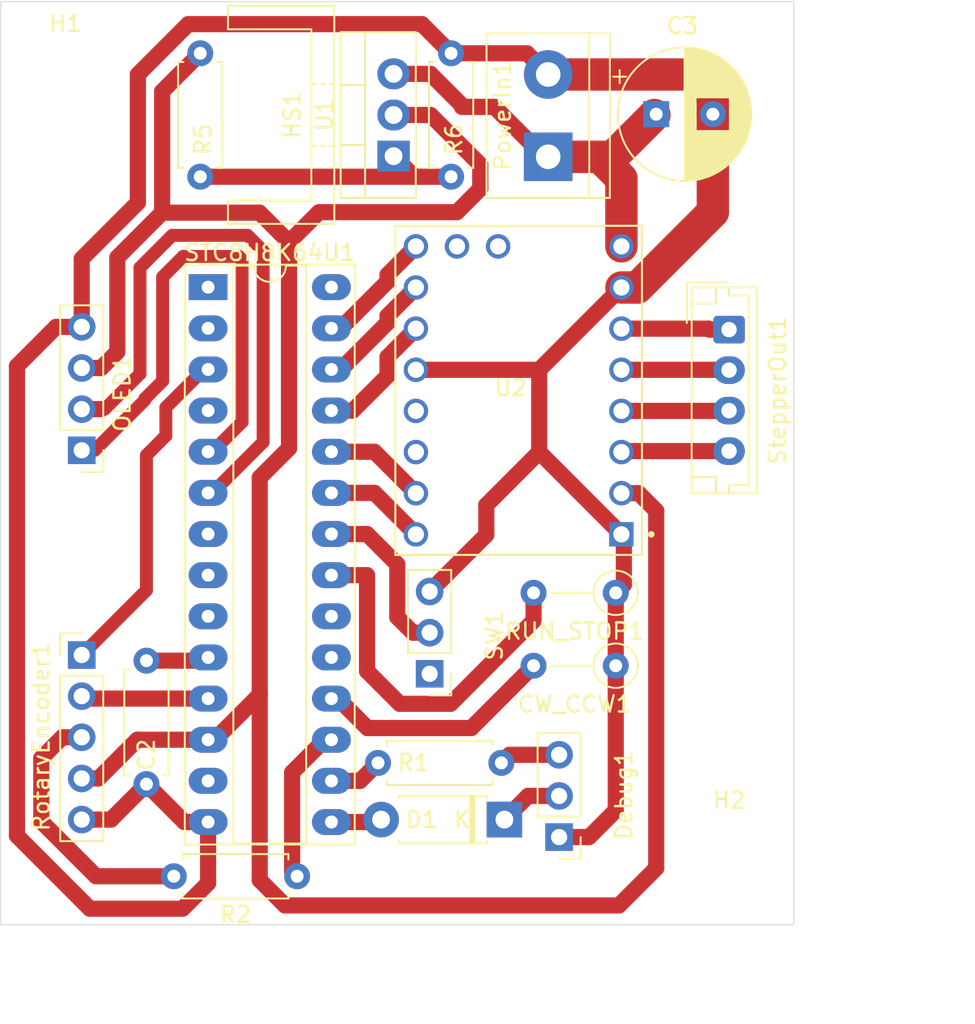
<source format=kicad_pcb>
(kicad_pcb (version 20240108) (generator "pcbnew") (generator_version "8.0")
  (layers (0 "F.Cu" signal) (31 "B.Cu" signal) (34 "B.Paste" user) (35 "F.Paste" user) (36 "B.SilkS" user "B.Silkscreen") (37 "F.SilkS" user "F.Silkscreen") (38 "B.Mask" user) (39 "F.Mask" user) (44 "Edge.Cuts" user))
  (net 0 "")
  (net 1 "CW_CCW")
  (net 2 "Net-(D1-A)")
  (net 3 "/TX")
  (net 4 "/RX")
  (net 5 "SDA")
  (net 6 "+3.3V")
  (net 7 "Net-(U1-ADJ)")
  (net 8 "+24V")
  (net 9 "GND")
  (net 10 "RUN_STOP")
  (net 11 "Encoder_Switch")
  (net 12 "Encoder_DT")
  (net 13 "Encoder_CLK")
  (net 14 "Motor_HOLD")
  (net 18 "Net-(StepperOut1-Pin_2)")
  (net 19 "Net-(StepperOut1-Pin_4)")
  (net 20 "Net-(StepperOut1-Pin_3)")
  (net 21 "Net-(StepperOut1-Pin_1)")
  (net 24 "Net-(STC8H8K64U1-Pin_16)")
  (net 27 "Net-(STC8H8K64U1-Pin_10)")
  (net 29 "MS2")
  (net 32 "MS1")
  (net 33 "STEP")
  (net 34 "SCL")
  (net 36 "EN")
  (net 37 "DIR")
  (net 42 "Net-(STC8H8K64U1-Pin_17)")
  (footprint "Heatsink:Heatsink_Stonecold_HS-S01_13.21x6.35mm" (layer "F.Cu") (at 129.5 67 -90)
    (property "Reference" "HS1" (at 0 2.5 90) (layer "F.SilkS"))
    (property "Value" "Heatsink")
  )
  (footprint "Diode_THT:D_DO-41_SOD81_P7.62mm_Horizontal" (layer "F.Cu") (at 140.12 110.5 180)
    (property "Reference" "D1" (at 5.12 0 360) (layer "F.SilkS"))
    (property "Value" "1N5817")
    (fp_text user "K" (at 2.62 0 360) (layer "F.SilkS"))
    (pad "1" thru_hole rect (at 0 0 180) (size 2.2 2.2) (drill 1.1) (layers "*.Cu" "*.Mask") (net 3 "/TX"))
    (pad "2" thru_hole oval (at 7.62 0 180) (size 2.2 2.2) (drill 1.1) (layers "*.Cu" "*.Mask") (net 2 "Net-(D1-A)"))
  )
  (footprint "Resistor_THT:R_Axial_DIN0207_L6.3mm_D2.5mm_P7.62mm_Horizontal" (layer "F.Cu") (at 118 108.31 90)
    (property "Reference" "C2" (at 1.81 0 90) (layer "F.SilkS"))
    (property "Value" "10nf")
    (pad "1" thru_hole circle (at 0 0 90) (size 1.6 1.6) (drill 0.8) (layers "*.Cu" "*.Mask") (net 9 "GND"))
    (pad "2" thru_hole oval (at 7.62 0 90) (size 1.6 1.6) (drill 0.8) (layers "*.Cu" "*.Mask") (net 27 "Net-(STC8H8K64U1-Pin_10)"))
  )
  (footprint "Resistor_THT:R_Axial_DIN0207_L6.3mm_D2.5mm_P5.08mm_Vertical" (layer "F.Cu") (at 147 101 180)
    (property "Reference" "CW_CCW1" (at 2.54 -2.37 360) (layer "F.SilkS"))
    (property "Value" "SW_Push")
    (pad "1" thru_hole circle (at 0 0 180) (size 1.6 1.6) (drill 0.8) (layers "*.Cu" "*.Mask") (net 9 "GND"))
    (pad "2" thru_hole oval (at 5.08 0 180) (size 1.6 1.6) (drill 0.8) (layers "*.Cu" "*.Mask") (net 1 "CW_CCW"))
  )
  (footprint "Connector_PinHeader_2.54mm:PinHeader_1x03_P2.54mm_Vertical" (layer "F.Cu") (at 135.5 101.5 180)
    (property "Reference" "SW1" (at -4 2.35 90) (layer "F.SilkS"))
    (property "Value" "SW_SPDT")
    (pad "1" thru_hole rect (at 0 0 180) (size 1.7 1.7) (drill 1) (layers "*.Cu" "*.Mask"))
    (pad "2" thru_hole oval (at 0 2.54 180) (size 1.7 1.7) (drill 1) (layers "*.Cu" "*.Mask") (net 14 "Motor_HOLD"))
    (pad "3" thru_hole oval (at 0 5.08 180) (size 1.7 1.7) (drill 1) (layers "*.Cu" "*.Mask") (net 9 "GND"))
  )
  (footprint "Connector_JST:JST_EH_B4B-EH-A_1x04_P2.50mm_Vertical" (layer "F.Cu") (at 154 80.25 -90)
    (property "Reference" "StepperOut1" (at 3.75 -3 90) (layer "F.SilkS"))
    (property "Value" "JST-4P")
    (pad "1" thru_hole roundrect (at 0 0 270) (size 1.7 1.95) (drill 0.95) (layers "*.Cu" "*.Mask") (roundrect_rratio 0.147059) (net 21 "Net-(StepperOut1-Pin_1)"))
    (pad "2" thru_hole oval (at 2.5 0 270) (size 1.7 1.95) (drill 0.95) (layers "*.Cu" "*.Mask") (net 18 "Net-(StepperOut1-Pin_2)"))
    (pad "3" thru_hole oval (at 5 0 270) (size 1.7 1.95) (drill 0.95) (layers "*.Cu" "*.Mask") (net 20 "Net-(StepperOut1-Pin_3)"))
    (pad "4" thru_hole oval (at 7.5 0 270) (size 1.7 1.95) (drill 0.95) (layers "*.Cu" "*.Mask") (net 19 "Net-(StepperOut1-Pin_4)"))
  )
  (footprint "MountingHole:MountingHole_3.2mm_M3" (layer "F.Cu") (at 154 113.5)
    (property "Reference" "H2" (at 0 -4.2 0) (layer "F.SilkS"))
    (property "Value" "3.3mm")
    (pad "" np_thru_hole circle (at 0 0) (size 3.2 3.2) (drill 3.2) (layers "*.Cu" "*.Mask"))
  )
  (footprint "Connector_PinHeader_2.54mm:PinHeader_1x03_P2.54mm_Vertical" (layer "F.Cu") (at 143.5 111.58 180)
    (property "Reference" "Debug1" (at -4 2.58 90) (layer "F.SilkS"))
    (property "Value" "Pin_01x03")
    (pad "1" thru_hole rect (at 0 0 180) (size 1.7 1.7) (drill 1) (layers "*.Cu" "*.Mask") (net 9 "GND"))
    (pad "2" thru_hole oval (at 0 2.54 180) (size 1.7 1.7) (drill 1) (layers "*.Cu" "*.Mask") (net 3 "/TX"))
    (pad "3" thru_hole oval (at 0 5.08 180) (size 1.7 1.7) (drill 1) (layers "*.Cu" "*.Mask") (net 4 "/RX"))
  )
  (footprint "TMC:MODULE_TMC2209_SILENTSTEPSTICK" (layer "F.Cu") (at 141 84 180)
    (property "Reference" "U2" (at 0.5 0.15 360) (layer "F.SilkS"))
    (property "Value" "TMC2209_SILENTSTEPSTICK")
    (pad "1" thru_hole rect (at -6.35 -8.89 180) (size 1.508 1.508) (drill 1) (layers "*.Cu" "*.Mask") (net 9 "GND"))
    (pad "2" thru_hole circle (at -6.35 -6.35 180) (size 1.508 1.508) (drill 1) (layers "*.Cu" "*.Mask") (net 6 "+3.3V"))
    (pad "3" thru_hole circle (at -6.35 -3.81 180) (size 1.508 1.508) (drill 1) (layers "*.Cu" "*.Mask") (net 19 "Net-(StepperOut1-Pin_4)"))
    (pad "4" thru_hole circle (at -6.35 -1.27 180) (size 1.508 1.508) (drill 1) (layers "*.Cu" "*.Mask") (net 20 "Net-(StepperOut1-Pin_3)"))
    (pad "5" thru_hole circle (at -6.35 1.27 180) (size 1.508 1.508) (drill 1) (layers "*.Cu" "*.Mask") (net 18 "Net-(StepperOut1-Pin_2)"))
    (pad "6" thru_hole circle (at -6.35 3.81 180) (size 1.508 1.508) (drill 1) (layers "*.Cu" "*.Mask") (net 21 "Net-(StepperOut1-Pin_1)"))
    (pad "7" thru_hole circle (at -6.35 6.35 180) (size 1.508 1.508) (drill 1) (layers "*.Cu" "*.Mask") (net 9 "GND"))
    (pad "8" thru_hole circle (at -6.35 8.89 180) (size 1.508 1.508) (drill 1) (layers "*.Cu" "*.Mask") (net 8 "+24V"))
    (pad "9" thru_hole circle (at 6.35 -8.89 180) (size 1.508 1.508) (drill 1) (layers "*.Cu" "*.Mask") (net 37 "DIR"))
    (pad "10" thru_hole circle (at 6.35 -6.35 180) (size 1.508 1.508) (drill 1) (layers "*.Cu" "*.Mask") (net 33 "STEP"))
    (pad "11" thru_hole circle (at 6.35 -3.81 180) (size 1.508 1.508) (drill 1) (layers "*.Cu" "*.Mask"))
    (pad "12" thru_hole circle (at 6.35 -1.27 180) (size 1.508 1.508) (drill 1) (layers "*.Cu" "*.Mask"))
    (pad "13" thru_hole circle (at 6.35 1.27 180) (size 1.508 1.508) (drill 1) (layers "*.Cu" "*.Mask") (net 9 "GND"))
    (pad "14" thru_hole circle (at 6.35 3.81 180) (size 1.508 1.508) (drill 1) (layers "*.Cu" "*.Mask") (net 29 "MS2"))
    (pad "15" thru_hole circle (at 6.35 6.35 180) (size 1.508 1.508) (drill 1) (layers "*.Cu" "*.Mask") (net 32 "MS1"))
    (pad "16" thru_hole circle (at 6.35 8.89 180) (size 1.508 1.508) (drill 1) (layers "*.Cu" "*.Mask") (net 36 "EN"))
    (pad "17" thru_hole circle (at 1.27 8.89 180) (size 1.508 1.508) (drill 1) (layers "*.Cu" "*.Mask"))
    (pad "18" thru_hole circle (at 3.81 8.89 180) (size 1.508 1.508) (drill 1) (layers "*.Cu" "*.Mask"))
  )
  (footprint "TerminalBlock:TerminalBlock_bornier-2_P5.08mm" (layer "F.Cu") (at 142.825 69.58 90)
    (property "Reference" "PowerIn1" (at 2.54 -2.825 90) (layer "F.SilkS"))
    (property "Value" "Terminal2Pin")
    (pad "1" thru_hole rect (at 0 0 90) (size 3 3) (drill 1.52) (layers "*.Cu" "*.Mask") (net 8 "+24V"))
    (pad "2" thru_hole circle (at 5.08 0 90) (size 3 3) (drill 1.52) (layers "*.Cu" "*.Mask") (net 9 "GND"))
  )
  (footprint "Connector_PinHeader_2.54mm:PinHeader_1x04_P2.54mm_Vertical" (layer "F.Cu") (at 114 87.7 180)
    (property "Reference" "OLED1" (at -2.5 3.5 90) (layer "F.SilkS"))
    (property "Value" "Conn_01x04")
    (pad "1" thru_hole rect (at 0 0 180) (size 1.7 1.7) (drill 1) (layers "*.Cu" "*.Mask") (net 5 "SDA"))
    (pad "2" thru_hole oval (at 0 2.54 180) (size 1.7 1.7) (drill 1) (layers "*.Cu" "*.Mask") (net 34 "SCL"))
    (pad "3" thru_hole oval (at 0 5.08 180) (size 1.7 1.7) (drill 1) (layers "*.Cu" "*.Mask") (net 6 "+3.3V"))
    (pad "4" thru_hole oval (at 0 7.62 180) (size 1.7 1.7) (drill 1) (layers "*.Cu" "*.Mask") (net 9 "GND"))
  )
  (footprint "Capacitor_THT:CP_Radial_D8.0mm_P3.50mm" (layer "F.Cu") (at 149.5 66.95)
    (property "Reference" "C3" (at 1.610103 -5.45 0) (layer "F.SilkS"))
    (property "Value" "470uf")
    (pad "1" thru_hole rect (at 0 0) (size 1.6 1.6) (drill 0.8) (layers "*.Cu" "*.Mask") (net 8 "+24V"))
    (pad "2" thru_hole circle (at 3.5 0) (size 1.6 1.6) (drill 0.8) (layers "*.Cu" "*.Mask") (net 9 "GND"))
  )
  (footprint "Resistor_THT:R_Axial_DIN0207_L6.3mm_D2.5mm_P7.62mm_Horizontal" (layer "F.Cu") (at 127.31 114 180)
    (property "Reference" "R2" (at 3.81 -2.37 360) (layer "F.SilkS"))
    (property "Value" "0")
    (pad "1" thru_hole circle (at 0 0 180) (size 1.6 1.6) (drill 0.8) (layers "*.Cu" "*.Mask") (net 42 "Net-(STC8H8K64U1-Pin_17)"))
    (pad "2" thru_hole oval (at 7.62 0 180) (size 1.6 1.6) (drill 0.8) (layers "*.Cu" "*.Mask") (net 11 "Encoder_Switch"))
  )
  (footprint "Resistor_THT:R_Axial_DIN0207_L6.3mm_D2.5mm_P7.62mm_Horizontal" (layer "F.Cu") (at 132.31 107)
    (property "Reference" "R1" (at 2.19 0 0) (layer "F.SilkS"))
    (property "Value" "22")
    (pad "1" thru_hole circle (at 0 0) (size 1.6 1.6) (drill 0.8) (layers "*.Cu" "*.Mask") (net 24 "Net-(STC8H8K64U1-Pin_16)"))
    (pad "2" thru_hole oval (at 7.62 0) (size 1.6 1.6) (drill 0.8) (layers "*.Cu" "*.Mask") (net 4 "/RX"))
  )
  (footprint "Resistor_THT:R_Axial_DIN0207_L6.3mm_D2.5mm_P5.08mm_Vertical" (layer "F.Cu") (at 147 96.5 180)
    (property "Reference" "RUN_STOP1" (at 2.54 -2.37 360) (layer "F.SilkS"))
    (property "Value" "SW_Push")
    (pad "1" thru_hole circle (at 0 0 180) (size 1.6 1.6) (drill 0.8) (layers "*.Cu" "*.Mask") (net 9 "GND"))
    (pad "2" thru_hole oval (at 5.08 0 180) (size 1.6 1.6) (drill 0.8) (layers "*.Cu" "*.Mask") (net 10 "RUN_STOP"))
  )
  (footprint "Resistor_THT:R_Axial_DIN0207_L6.3mm_D2.5mm_P7.62mm_Horizontal" (layer "F.Cu") (at 136.825 70.81 90)
    (property "Reference" "R6" (at 2.31 0.175 90) (layer "F.SilkS"))
    (property "Value" "330")
    (pad "1" thru_hole circle (at 0 0 90) (size 1.6 1.6) (drill 0.8) (layers "*.Cu" "*.Mask") (net 7 "Net-(U1-ADJ)"))
    (pad "2" thru_hole oval (at 7.62 0 90) (size 1.6 1.6) (drill 0.8) (layers "*.Cu" "*.Mask") (net 9 "GND"))
  )
  (footprint "Resistor_THT:R_Axial_DIN0207_L6.3mm_D2.5mm_P7.62mm_Horizontal" (layer "F.Cu") (at 121.325 70.81 90)
    (property "Reference" "R5" (at 2.31 0.175 90) (layer "F.SilkS"))
    (property "Value" "200")
    (pad "1" thru_hole circle (at 0 0 90) (size 1.6 1.6) (drill 0.8) (layers "*.Cu" "*.Mask") (net 7 "Net-(U1-ADJ)"))
    (pad "2" thru_hole oval (at 7.62 0 90) (size 1.6 1.6) (drill 0.8) (layers "*.Cu" "*.Mask") (net 6 "+3.3V"))
  )
  (footprint "Package_DIP:DIP-28_W7.62mm_Socket_LongPads" (layer "F.Cu") (at 121.81 77.63)
    (property "Reference" "STC8H8K64U1" (at 3.81 -2.13 0) (layer "F.SilkS"))
    (property "Value" "DIP28")
    (pad "1" thru_hole rect (at 0 0) (size 2.4 1.6) (drill 0.8) (layers "*.Cu" "*.Mask"))
    (pad "2" thru_hole oval (at 0 2.54) (size 2.4 1.6) (drill 0.8) (layers "*.Cu" "*.Mask"))
    (pad "3" thru_hole oval (at 0 5.08) (size 2.4 1.6) (drill 0.8) (layers "*.Cu" "*.Mask") (net 13 "Encoder_CLK"))
    (pad "4" thru_hole oval (at 0 7.62) (size 2.4 1.6) (drill 0.8) (layers "*.Cu" "*.Mask"))
    (pad "5" thru_hole oval (at 0 10.16) (size 2.4 1.6) (drill 0.8) (layers "*.Cu" "*.Mask") (net 5 "SDA"))
    (pad "6" thru_hole oval (at 0 12.7) (size 2.4 1.6) (drill 0.8) (layers "*.Cu" "*.Mask") (net 34 "SCL"))
    (pad "7" thru_hole oval (at 0 15.24) (size 2.4 1.6) (drill 0.8) (layers "*.Cu" "*.Mask"))
    (pad "8" thru_hole oval (at 0 17.78) (size 2.4 1.6) (drill 0.8) (layers "*.Cu" "*.Mask"))
    (pad "9" thru_hole oval (at 0 20.32) (size 2.4 1.6) (drill 0.8) (layers "*.Cu" "*.Mask"))
    (pad "10" thru_hole oval (at 0 22.86) (size 2.4 1.6) (drill 0.8) (layers "*.Cu" "*.Mask") (net 27 "Net-(STC8H8K64U1-Pin_10)"))
    (pad "11" thru_hole oval (at 0 25.4) (size 2.4 1.6) (drill 0.8) (layers "*.Cu" "*.Mask") (net 12 "Encoder_DT"))
    (pad "12" thru_hole oval (at 0 27.94) (size 2.4 1.6) (drill 0.8) (layers "*.Cu" "*.Mask") (net 6 "+3.3V"))
    (pad "13" thru_hole oval (at 0 30.48) (size 2.4 1.6) (drill 0.8) (layers "*.Cu" "*.Mask"))
    (pad "14" thru_hole oval (at 0 33.02) (size 2.4 1.6) (drill 0.8) (layers "*.Cu" "*.Mask") (net 9 "GND"))
    (pad "15" thru_hole oval (at 7.62 33.02) (size 2.4 1.6) (drill 0.8) (layers "*.Cu" "*.Mask") (net 2 "Net-(D1-A)"))
    (pad "16" thru_hole oval (at 7.62 30.48) (size 2.4 1.6) (drill 0.8) (layers "*.Cu" "*.Mask") (net 24 "Net-(STC8H8K64U1-Pin_16)"))
    (pad "17" thru_hole oval (at 7.62 27.94) (size 2.4 1.6) (drill 0.8) (layers "*.Cu" "*.Mask") (net 42 "Net-(STC8H8K64U1-Pin_17)"))
    (pad "18" thru_hole oval (at 7.62 25.4) (size 2.4 1.6) (drill 0.8) (layers "*.Cu" "*.Mask") (net 1 "CW_CCW"))
    (pad "19" thru_hole oval (at 7.62 22.86) (size 2.4 1.6) (drill 0.8) (layers "*.Cu" "*.Mask"))
    (pad "20" thru_hole oval (at 7.62 20.32) (size 2.4 1.6) (drill 0.8) (layers "*.Cu" "*.Mask"))
    (pad "21" thru_hole oval (at 7.62 17.78) (size 2.4 1.6) (drill 0.8) (layers "*.Cu" "*.Mask") (net 10 "RUN_STOP"))
    (pad "22" thru_hole oval (at 7.62 15.24) (size 2.4 1.6) (drill 0.8) (layers "*.Cu" "*.Mask") (net 14 "Motor_HOLD"))
    (pad "23" thru_hole oval (at 7.62 12.7) (size 2.4 1.6) (drill 0.8) (layers "*.Cu" "*.Mask") (net 37 "DIR"))
    (pad "24" thru_hole oval (at 7.62 10.16) (size 2.4 1.6) (drill 0.8) (layers "*.Cu" "*.Mask") (net 33 "STEP"))
    (pad "25" thru_hole oval (at 7.62 7.62) (size 2.4 1.6) (drill 0.8) (layers "*.Cu" "*.Mask") (net 29 "MS2"))
    (pad "26" thru_hole oval (at 7.62 5.08) (size 2.4 1.6) (drill 0.8) (layers "*.Cu" "*.Mask") (net 32 "MS1"))
    (pad "27" thru_hole oval (at 7.62 2.54) (size 2.4 1.6) (drill 0.8) (layers "*.Cu" "*.Mask") (net 36 "EN"))
    (pad "28" thru_hole oval (at 7.62 0) (size 2.4 1.6) (drill 0.8) (layers "*.Cu" "*.Mask"))
  )
  (footprint "Connector_PinHeader_2.54mm:PinHeader_1x05_P2.54mm_Vertical" (layer "F.Cu") (at 114 100.34)
    (property "Reference" "RotaryEncoder1" (at -2.5 5.04 90) (layer "F.SilkS"))
    (property "Value" "Conn_01x05")
    (pad "1" thru_hole rect (at 0 0) (size 1.7 1.7) (drill 1) (layers "*.Cu" "*.Mask") (net 13 "Encoder_CLK"))
    (pad "2" thru_hole oval (at 0 2.54) (size 1.7 1.7) (drill 1) (layers "*.Cu" "*.Mask") (net 12 "Encoder_DT"))
    (pad "3" thru_hole oval (at 0 5.08) (size 1.7 1.7) (drill 1) (layers "*.Cu" "*.Mask") (net 11 "Encoder_Switch"))
    (pad "4" thru_hole oval (at 0 7.62) (size 1.7 1.7) (drill 1) (layers "*.Cu" "*.Mask") (net 6 "+3.3V"))
    (pad "5" thru_hole oval (at 0 10.16) (size 1.7 1.7) (drill 1) (layers "*.Cu" "*.Mask") (net 9 "GND"))
  )
  (footprint "Package_TO_SOT_THT:TO-220-3_Vertical" (layer "F.Cu") (at 133.27 69.54 90)
    (property "Reference" "U1" (at 2.54 -4.27 90) (layer "F.SilkS"))
    (property "Value" "LM317_TO-220")
    (pad "1" thru_hole rect (at 0 0 90) (size 1.905 2) (drill 1.1) (layers "*.Cu" "*.Mask") (net 7 "Net-(U1-ADJ)"))
    (pad "2" thru_hole oval (at 2.54 0 90) (size 1.905 2) (drill 1.1) (layers "*.Cu" "*.Mask") (net 6 "+3.3V"))
    (pad "3" thru_hole oval (at 5.08 0 90) (size 1.905 2) (drill 1.1) (layers "*.Cu" "*.Mask") (net 8 "+24V"))
  )
  (footprint "MountingHole:MountingHole_3.2mm_M3" (layer "F.Cu") (at 113 65.55)
    (property "Reference" "H1" (at 0 -4.2 0) (layer "F.SilkS"))
    (property "Value" "3.3mm")
    (pad "" np_thru_hole circle (at 0 0) (size 3.2 3.2) (drill 3.2) (layers "*.Cu" "*.Mask"))
  )
  (gr_rect (start 109 60) (end 158 117) (stroke (width 0.05)) (fill none) (layer "Edge.Cuts"))
  (segment (start 131.655584 104.85) (end 129.835584 103.03) (width 1) (layer "F.Cu") (net 1))
  (segment (start 129.835584 103.03) (end 129.43 103.03) (width 1) (layer "F.Cu") (net 1))
  (segment (start 141.92 101) (end 138.07 104.85) (width 1) (layer "F.Cu") (net 1))
  (segment (start 138.07 104.85) (end 131.655584 104.85) (width 1) (layer "F.Cu") (net 1))
  (segment (start 132.35 110.65) (end 132.5 110.5) (width 1) (layer "F.Cu") (net 2))
  (segment (start 129.43 110.65) (end 132.35 110.65) (width 1) (layer "F.Cu") (net 2))
  (segment (start 141.58 109.04) (end 143.5 109.04) (width 1) (layer "F.Cu") (net 3))
  (segment (start 140.12 110.5) (end 141.58 109.04) (width 1) (layer "F.Cu") (net 3))
  (segment (start 140.43 106.5) (end 139.93 107) (width 1) (layer "F.Cu") (net 4))
  (segment (start 143.5 106.5) (end 140.43 106.5) (width 1) (layer "F.Cu") (net 4))
  (segment (start 123.91 75.93) (end 123.71 75.73) (width 0.8) (layer "F.Cu") (net 5))
  (segment (start 114.8 87.7) (end 114 87.7) (width 0.8) (layer "F.Cu") (net 5))
  (segment (start 123.91 85.954163) (end 123.91 75.93) (width 0.8) (layer "F.Cu") (net 5))
  (segment (start 121.81 87.79) (end 122.074163 87.79) (width 0.8) (layer "F.Cu") (net 5))
  (segment (start 117.9 84.6) (end 114.8 87.7) (width 0.8) (layer "F.Cu") (net 5))
  (segment (start 122.074163 87.79) (end 123.91 85.954163) (width 0.8) (layer "F.Cu") (net 5))
  (segment (start 114.09 87.79) (end 114 87.7) (width 1) (layer "F.Cu") (net 5))
  (segment (start 120.27 75.73) (end 119 77) (width 0.8) (layer "F.Cu") (net 5))
  (segment (start 119 83.417359) (end 117.9 84.517359) (width 0.8) (layer "F.Cu") (net 5))
  (segment (start 119 77) (end 119 83.417359) (width 0.8) (layer "F.Cu") (net 5))
  (segment (start 117.9 84.517359) (end 117.9 84.6) (width 0.8) (layer "F.Cu") (net 5))
  (segment (start 123.71 75.73) (end 120.27 75.73) (width 0.8) (layer "F.Cu") (net 5))
  (segment (start 116.2 81.622081) (end 115.202081 82.62) (width 1) (layer "F.Cu") (net 6))
  (segment (start 125 102.785584) (end 125 89.384062) (width 1) (layer "F.Cu") (net 6))
  (segment (start 114 107.96) (end 115.04 107.96) (width 1) (layer "F.Cu") (net 6))
  (segment (start 149.5 91.433683) (end 149.5 113.5) (width 1) (layer "F.Cu") (net 6))
  (segment (start 115.202081 82.62) (end 114 82.62) (width 1) (layer "F.Cu") (net 6))
  (segment (start 137.180585 73) (end 128.660202 73) (width 1) (layer "F.Cu") (net 6))
  (segment (start 121.325 63.19) (end 118.97 65.545) (width 1) (layer "F.Cu") (net 6))
  (segment (start 133.27 67) (end 135.560585 67) (width 1) (layer "F.Cu") (net 6))
  (segment (start 126.81 74.850202) (end 124.989798 73.03) (width 1) (layer "F.Cu") (net 6))
  (segment (start 125 89.384062) (end 126.81 87.574062) (width 1) (layer "F.Cu") (net 6))
  (segment (start 124.989798 73.03) (end 118.97 73.03) (width 1) (layer "F.Cu") (net 6))
  (segment (start 135.560585 67) (end 138.625 70.064415) (width 1) (layer "F.Cu") (net 6))
  (segment (start 126.564415 115.8) (end 125 114.235585) (width 1) (layer "F.Cu") (net 6))
  (segment (start 149.5 113.5) (end 147.2 115.8) (width 1) (layer "F.Cu") (net 6))
  (segment (start 148.416317 90.35) (end 149.5 91.433683) (width 1) (layer "F.Cu") (net 6))
  (segment (start 128.660202 73) (end 126.81 74.850202) (width 1) (layer "F.Cu") (net 6))
  (segment (start 122.215584 105.57) (end 125 102.785584) (width 1) (layer "F.Cu") (net 6))
  (segment (start 117.43 105.57) (end 121.81 105.57) (width 1) (layer "F.Cu") (net 6))
  (segment (start 138.625 71.555585) (end 137.180585 73) (width 1) (layer "F.Cu") (net 6))
  (segment (start 126.81 87.574062) (end 126.81 74.850202) (width 1) (layer "F.Cu") (net 6))
  (segment (start 118.97 65.545) (end 118.97 73.03) (width 1) (layer "F.Cu") (net 6))
  (segment (start 125 114.235585) (end 125 102.785584) (width 1) (layer "F.Cu") (net 6))
  (segment (start 121.81 105.57) (end 122.215584 105.57) (width 1) (layer "F.Cu") (net 6))
  (segment (start 138.625 70.064415) (end 138.625 71.555585) (width 1) (layer "F.Cu") (net 6))
  (segment (start 116.2 75.8) (end 116.2 81.622081) (width 1) (layer "F.Cu") (net 6))
  (segment (start 147.2 115.8) (end 126.564415 115.8) (width 1) (layer "F.Cu") (net 6))
  (segment (start 115.04 107.96) (end 117.43 105.57) (width 1) (layer "F.Cu") (net 6))
  (segment (start 147.35 90.35) (end 148.416317 90.35) (width 1) (layer "F.Cu") (net 6))
  (segment (start 118.97 73.03) (end 116.2 75.8) (width 1) (layer "F.Cu") (net 6))
  (segment (start 136.825 70.81) (end 135 70.81) (width 1) (layer "F.Cu") (net 7))
  (segment (start 135 70.81) (end 134.54 70.81) (width 1) (layer "F.Cu") (net 7))
  (segment (start 121.325 70.81) (end 135 70.81) (width 1) (layer "F.Cu") (net 7))
  (segment (start 134.54 70.81) (end 133.27 69.54) (width 1) (layer "F.Cu") (net 7))
  (segment (start 142.58 69.58) (end 142.825 69.58) (width 1) (layer "F.Cu") (net 8))
  (segment (start 142.825 69.58) (end 146 69.58) (width 2) (layer "F.Cu") (net 8))
  (segment (start 137.5 66.5) (end 139.5 66.5) (width 1) (layer "F.Cu") (net 8))
  (segment (start 133.27 64.46) (end 135.549415 64.46) (width 1) (layer "F.Cu") (net 8))
  (segment (start 135.549415 64.46) (end 137.5 66.410585) (width 1) (layer "F.Cu") (net 8))
  (segment (start 146 69.58) (end 147.35 70.93) (width 2) (layer "F.Cu") (net 8))
  (segment (start 137.5 66.410585) (end 137.5 66.5) (width 1) (layer "F.Cu") (net 8))
  (segment (start 146.809897 69.58) (end 149.389897 67) (width 2) (layer "F.Cu") (net 8))
  (segment (start 142.825 69.58) (end 146.809897 69.58) (width 2) (layer "F.Cu") (net 8))
  (segment (start 139.5 66.5) (end 142.58 69.58) (width 1) (layer "F.Cu") (net 8))
  (segment (start 147.35 70.93) (end 147.35 75.11) (width 2) (layer "F.Cu") (net 8))
  (segment (start 145.35 111.58) (end 147 109.93) (width 1) (layer "F.Cu") (net 9))
  (segment (start 153 66.95) (end 153 65.81863) (width 2) (layer "F.Cu") (net 9))
  (segment (start 142.27 82.73) (end 147.35 77.65) (width 1) (layer "F.Cu") (net 9))
  (segment (start 153 65.81863) (end 151.68137 64.5) (width 2) (layer "F.Cu") (net 9))
  (segment (start 112.42 80.08) (end 114 80.08) (width 1) (layer "F.Cu") (net 9))
  (segment (start 135.025 61.39) (end 136.825 63.19) (width 1) (layer "F.Cu") (net 9))
  (segment (start 121.81 110.65) (end 121.81 114.425585) (width 1) (layer "F.Cu") (net 9))
  (segment (start 114 75.87868) (end 117.47 72.40868) (width 1) (layer "F.Cu") (net 9))
  (segment (start 147 96.5) (end 147.5 96) (width 1) (layer "F.Cu") (net 9))
  (segment (start 114.5 116) (end 110 111.5) (width 1) (layer "F.Cu") (net 9))
  (segment (start 142.27 82.73) (end 142.27 87.81) (width 1) (layer "F.Cu") (net 9))
  (segment (start 110 82.5) (end 112.42 80.08) (width 1) (layer "F.Cu") (net 9))
  (segment (start 148.345534 77.65) (end 153 72.995534) (width 2) (layer "F.Cu") (net 9))
  (segment (start 120.235585 116) (end 114.5 116) (width 1) (layer "F.Cu") (net 9))
  (segment (start 114 80.08) (end 114 75.87868) (width 1) (layer "F.Cu") (net 9))
  (segment (start 151.68137 64.5) (end 142.825 64.5) (width 2) (layer "F.Cu") (net 9))
  (segment (start 141.515 63.19) (end 142.825 64.5) (width 1) (layer "F.Cu") (net 9))
  (segment (start 136.825 63.19) (end 141.515 63.19) (width 1) (layer "F.Cu") (net 9))
  (segment (start 143.5 111.58) (end 145.35 111.58) (width 1) (layer "F.Cu") (net 9))
  (segment (start 142.27 87.81) (end 139 91.08) (width 1) (layer "F.Cu") (net 9))
  (segment (start 121.81 110.65) (end 120.34 110.65) (width 1) (layer "F.Cu") (net 9))
  (segment (start 147 109.93) (end 147 101) (width 1) (layer "F.Cu") (net 9))
  (segment (start 114 110.5) (end 115.81 110.5) (width 1) (layer "F.Cu") (net 9))
  (segment (start 153 72.995534) (end 153 66.95) (width 2) (layer "F.Cu") (net 9))
  (segment (start 134.65 82.73) (end 142.27 82.73) (width 1) (layer "F.Cu") (net 9))
  (segment (start 147.5 96) (end 147.5 93.04) (width 1) (layer "F.Cu") (net 9))
  (segment (start 121.81 114.425585) (end 120.235585 116) (width 1) (layer "F.Cu") (net 9))
  (segment (start 139 92.92) (end 135.5 96.42) (width 1) (layer "F.Cu") (net 9))
  (segment (start 147.35 77.65) (end 148.345534 77.65) (width 2) (layer "F.Cu") (net 9))
  (segment (start 139 91.08) (end 139 92.92) (width 1) (layer "F.Cu") (net 9))
  (segment (start 147 101) (end 147 96.5) (width 1) (layer "F.Cu") (net 9))
  (segment (start 117.47 72.40868) (end 117.47 64.499415) (width 1) (layer "F.Cu") (net 9))
  (segment (start 110 111.5) (end 110 82.5) (width 1) (layer "F.Cu") (net 9))
  (segment (start 142.27 87.81) (end 147.35 92.89) (width 1) (layer "F.Cu") (net 9))
  (segment (start 147.5 93.04) (end 147.35 92.89) (width 1) (layer "F.Cu") (net 9))
  (segment (start 120.34 110.65) (end 118 108.31) (width 1) (layer "F.Cu") (net 9))
  (segment (start 115.81 110.5) (end 118 108.31) (width 1) (layer "F.Cu") (net 9))
  (segment (start 120.579415 61.39) (end 135.025 61.39) (width 1) (layer "F.Cu") (net 9))
  (segment (start 117.47 64.499415) (end 120.579415 61.39) (width 1) (layer "F.Cu") (net 9))
  (segment (start 129.43 95.41) (end 131.63 95.41) (width 1) (layer "F.Cu") (net 10))
  (segment (start 133.65 103.35) (end 136.794 103.35) (width 1) (layer "F.Cu") (net 10))
  (segment (start 136.794 103.35) (end 141.92 98.224) (width 1) (layer "F.Cu") (net 10))
  (segment (start 131.63 95.41) (end 131.63 101.33) (width 1) (layer "F.Cu") (net 10))
  (segment (start 141.92 98.224) (end 141.92 96.5) (width 1) (layer "F.Cu") (net 10))
  (segment (start 131.63 101.33) (end 133.65 103.35) (width 1) (layer "F.Cu") (net 10))
  (segment (start 111.5 106.717919) (end 111.5 110.616296) (width 1) (layer "F.Cu") (net 11))
  (segment (start 114 105.42) (end 112.797919 105.42) (width 1) (layer "F.Cu") (net 11))
  (segment (start 111.5 110.616296) (end 114.883704 114) (width 1) (layer "F.Cu") (net 11))
  (segment (start 112.797919 105.42) (end 111.5 106.717919) (width 1) (layer "F.Cu") (net 11))
  (segment (start 114.883704 114) (end 119.69 114) (width 1) (layer "F.Cu") (net 11))
  (segment (start 114.15 103.03) (end 114 102.88) (width 1) (layer "F.Cu") (net 12))
  (segment (start 121.81 103.03) (end 114.15 103.03) (width 1) (layer "F.Cu") (net 12))
  (segment (start 119.2 86.8) (end 118 88) (width 0.8) (layer "F.Cu") (net 13))
  (segment (start 119.2 85.055837) (end 119.2 86.8) (width 0.8) (layer "F.Cu") (net 13))
  (segment (start 118 96.34) (end 114 100.34) (width 0.8) (layer "F.Cu") (net 13))
  (segment (start 118 88) (end 118 96.34) (width 0.8) (layer "F.Cu") (net 13))
  (segment (start 121.81 82.71) (end 121.545837 82.71) (width 0.8) (layer "F.Cu") (net 13))
  (segment (start 121.545837 82.71) (end 119.2 85.055837) (width 0.8) (layer "F.Cu") (net 13))
  (segment (start 135.5 98.96) (end 134.46 98.96) (width 1) (layer "F.Cu") (net 14))
  (segment (start 133.5 94.74) (end 131.63 92.87) (width 1) (layer "F.Cu") (net 14))
  (segment (start 134.46 98.96) (end 133.5 98) (width 1) (layer "F.Cu") (net 14))
  (segment (start 133.5 98) (end 133.5 94.74) (width 1) (layer "F.Cu") (net 14))
  (segment (start 131.63 92.87) (end 129.43 92.87) (width 1) (layer "F.Cu") (net 14))
  (segment (start 147.35 82.73) (end 153.98 82.73) (width 1) (layer "F.Cu") (net 18))
  (segment (start 153.98 82.73) (end 154 82.75) (width 1) (layer "F.Cu") (net 18))
  (segment (start 147.41 87.75) (end 154 87.75) (width 1) (layer "F.Cu") (net 19))
  (segment (start 147.35 87.81) (end 147.41 87.75) (width 1) (layer "F.Cu") (net 19))
  (segment (start 153.98 85.27) (end 154 85.25) (width 1) (layer "F.Cu") (net 20))
  (segment (start 147.35 85.27) (end 153.98 85.27) (width 1) (layer "F.Cu") (net 20))
  (segment (start 152.8 80.25) (end 154 80.25) (width 1) (layer "F.Cu") (net 21))
  (segment (start 147.35 80.19) (end 152.74 80.19) (width 1) (layer "F.Cu") (net 21))
  (segment (start 152.74 80.19) (end 152.8 80.25) (width 1) (layer "F.Cu") (net 21))
  (segment (start 129.43 108.11) (end 131.2 108.11) (width 1) (layer "F.Cu") (net 24))
  (segment (start 131.2 108.11) (end 132.31 107) (width 1) (layer "F.Cu") (net 24))
  (segment (start 121.61 100.69) (end 121.81 100.49) (width 1) (layer "F.Cu") (net 27))
  (segment (start 118 100.69) (end 121.61 100.69) (width 1) (layer "F.Cu") (net 27))
  (segment (start 132.896 83.104) (end 130.75 85.25) (width 1) (layer "F.Cu") (net 29))
  (segment (start 134.65 80.19) (end 132.896 81.944) (width 1) (layer "F.Cu") (net 29))
  (segment (start 132.896 81.944) (end 132.896 83.104) (width 1) (layer "F.Cu") (net 29))
  (segment (start 130.75 85.25) (end 129.43 85.25) (width 1) (layer "F.Cu") (net 29))
  (segment (start 129.43 82.71) (end 130.00868 82.71) (width 1) (layer "F.Cu") (net 32))
  (segment (start 132.896 79.404) (end 134.65 77.65) (width 1) (layer "F.Cu") (net 32))
  (segment (start 132.896 79.82268) (end 132.896 79.404) (width 1) (layer "F.Cu") (net 32))
  (segment (start 130.00868 82.71) (end 132.896 79.82268) (width 1) (layer "F.Cu") (net 32))
  (segment (start 132.09 87.79) (end 129.43 87.79) (width 1) (layer "F.Cu") (net 33))
  (segment (start 134.65 90.35) (end 132.09 87.79) (width 1) (layer "F.Cu") (net 33))
  (segment (start 117.6 76.420102) (end 117.6 82.978881) (width 0.8) (layer "F.Cu") (net 34))
  (segment (start 125.21 87.194163) (end 125.21 75.391522) (width 0.8) (layer "F.Cu") (net 34))
  (segment (start 122.074163 90.33) (end 125.21 87.194163) (width 0.8) (layer "F.Cu") (net 34))
  (segment (start 117.6 82.978881) (end 115.418881 85.16) (width 0.8) (layer "F.Cu") (net 34))
  (segment (start 115.202081 85.16) (end 114 85.16) (width 1) (layer "F.Cu") (net 34))
  (segment (start 119.590102 74.43) (end 117.6 76.420102) (width 0.8) (layer "F.Cu") (net 34))
  (segment (start 121.81 90.33) (end 122.074163 90.33) (width 0.8) (layer "F.Cu") (net 34))
  (segment (start 124.248478 74.43) (end 119.590102 74.43) (width 0.8) (layer "F.Cu") (net 34))
  (segment (start 125.21 75.391522) (end 124.248478 74.43) (width 0.8) (layer "F.Cu") (net 34))
  (segment (start 115.418881 85.16) (end 115.202081 85.16) (width 0.8) (layer "F.Cu") (net 34))
  (segment (start 132.896 76.864) (end 134.65 75.11) (width 1) (layer "F.Cu") (net 36))
  (segment (start 132.896 77.28268) (end 132.896 76.864) (width 1) (layer "F.Cu") (net 36))
  (segment (start 130.00868 80.17) (end 132.896 77.28268) (width 1) (layer "F.Cu") (net 36))
  (segment (start 129.43 80.17) (end 130.00868 80.17) (width 1) (layer "F.Cu") (net 36))
  (segment (start 132.09 90.33) (end 129.43 90.33) (width 1) (layer "F.Cu") (net 37))
  (segment (start 134.65 92.89) (end 132.09 90.33) (width 1) (layer "F.Cu") (net 37))
  (segment (start 127 113.69) (end 127.31 114) (width 1) (layer "F.Cu") (net 42))
  (segment (start 129.024416 105.57) (end 127 107.594416) (width 1) (layer "F.Cu") (net 42))
  (segment (start 127 107.594416) (end 127 113.69) (width 1) (layer "F.Cu") (net 42))
  (segment (start 129.43 105.57) (end 129.024416 105.57) (width 1) (layer "F.Cu") (net 42))
)
</source>
